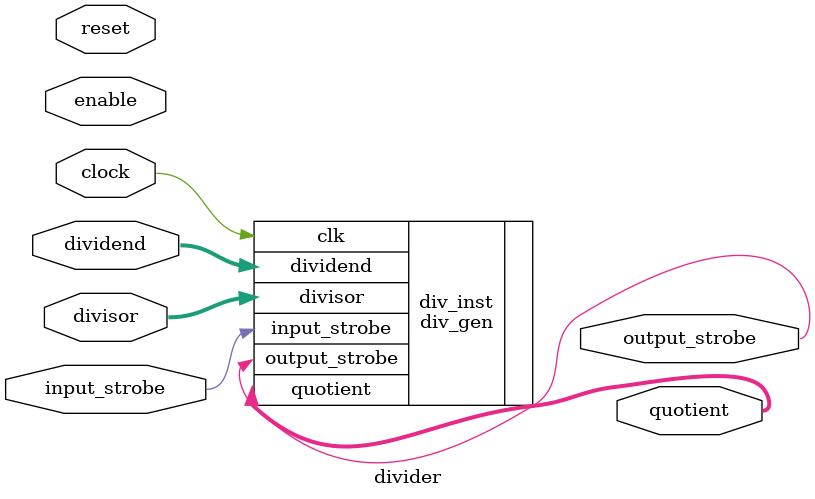
<source format=v>
`timescale 1ns / 1ps

module divider (
    input clock,
    input reset,
    input enable,

    input signed [31:0] dividend,
    input signed [23:0] divisor,
    input input_strobe,

    output signed [31:0] quotient,
    output output_strobe
);

div_gen div_inst (
    .clk(clock),
    .dividend(dividend),
    .divisor(divisor),
    .input_strobe(input_strobe),
    .output_strobe(output_strobe),
    .quotient(quotient)
);

// // --------old one---------------
// div_gen_v3_0 div_inst (
//     .clk(clock),
//     .dividend(dividend),
//     .divisor(divisor),
//     .quotient(quotient)
// );

// delayT #(.DATA_WIDTH(1), .DELAY(36)) out_inst (
//     .clock(clock),
//     .reset(reset),
//     .data_in(input_strobe),
//     .data_out(output_strobe)
// );

endmodule


</source>
